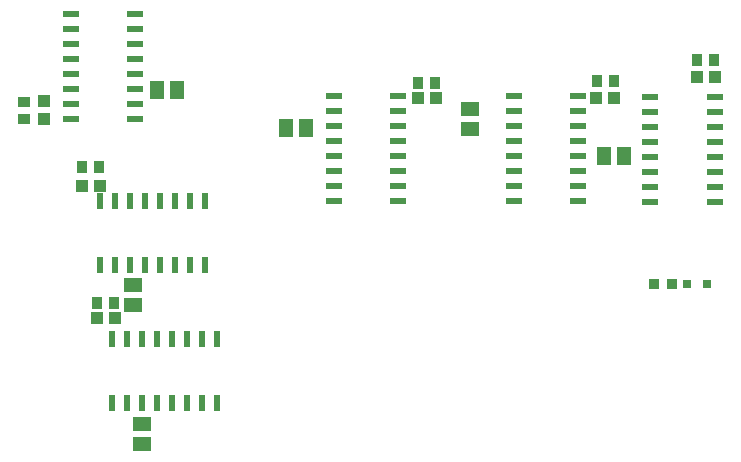
<source format=gtp>
G04*
G04 #@! TF.GenerationSoftware,Altium Limited,Altium Designer,19.1.7 (138)*
G04*
G04 Layer_Color=8421504*
%FSLAX25Y25*%
%MOIN*%
G70*
G01*
G75*
%ADD15R,0.03150X0.03150*%
%ADD16R,0.02362X0.05709*%
%ADD17R,0.05709X0.02362*%
%ADD18R,0.04724X0.06102*%
%ADD19R,0.06102X0.04724*%
%ADD20R,0.03740X0.04134*%
%ADD21R,0.04134X0.03937*%
%ADD22R,0.04134X0.03740*%
%ADD23R,0.03937X0.04134*%
%ADD24R,0.03347X0.03543*%
D15*
X258300Y77800D02*
D03*
X251800D02*
D03*
D16*
X56000Y83972D02*
D03*
X61000D02*
D03*
X66000D02*
D03*
X71000D02*
D03*
X76000D02*
D03*
X81000D02*
D03*
X86000D02*
D03*
X91000D02*
D03*
X56000Y105428D02*
D03*
X61000D02*
D03*
X66000D02*
D03*
X71000D02*
D03*
X76000D02*
D03*
X81000D02*
D03*
X86000D02*
D03*
X91000D02*
D03*
X60000Y37972D02*
D03*
X65000D02*
D03*
X70000D02*
D03*
X75000D02*
D03*
X80000D02*
D03*
X85000D02*
D03*
X90000D02*
D03*
X95000D02*
D03*
X60000Y59428D02*
D03*
X65000D02*
D03*
X70000D02*
D03*
X75000D02*
D03*
X80000D02*
D03*
X85000D02*
D03*
X90000D02*
D03*
X95000D02*
D03*
D17*
X133972Y140200D02*
D03*
Y135200D02*
D03*
Y130200D02*
D03*
Y125200D02*
D03*
Y120200D02*
D03*
Y115200D02*
D03*
Y110200D02*
D03*
Y105200D02*
D03*
X155428Y140200D02*
D03*
Y135200D02*
D03*
Y130200D02*
D03*
Y125200D02*
D03*
Y120200D02*
D03*
Y115200D02*
D03*
Y110200D02*
D03*
Y105200D02*
D03*
X193972Y140200D02*
D03*
Y135200D02*
D03*
Y130200D02*
D03*
Y125200D02*
D03*
Y120200D02*
D03*
Y115200D02*
D03*
Y110200D02*
D03*
Y105200D02*
D03*
X215428Y140200D02*
D03*
Y135200D02*
D03*
Y130200D02*
D03*
Y125200D02*
D03*
Y120200D02*
D03*
Y115200D02*
D03*
Y110200D02*
D03*
Y105200D02*
D03*
X239572Y139900D02*
D03*
Y134900D02*
D03*
Y129900D02*
D03*
Y124900D02*
D03*
Y119900D02*
D03*
Y114900D02*
D03*
Y109900D02*
D03*
Y104900D02*
D03*
X261028Y139900D02*
D03*
Y134900D02*
D03*
Y129900D02*
D03*
Y124900D02*
D03*
Y119900D02*
D03*
Y114900D02*
D03*
Y109900D02*
D03*
Y104900D02*
D03*
X67828Y132600D02*
D03*
Y137600D02*
D03*
Y142600D02*
D03*
Y147600D02*
D03*
Y152600D02*
D03*
Y157600D02*
D03*
Y162600D02*
D03*
Y167600D02*
D03*
X46372Y132600D02*
D03*
Y137600D02*
D03*
Y142600D02*
D03*
Y147600D02*
D03*
Y152600D02*
D03*
Y157600D02*
D03*
Y162600D02*
D03*
Y167600D02*
D03*
D18*
X118154Y129700D02*
D03*
X124846D02*
D03*
X224153Y120400D02*
D03*
X230847D02*
D03*
X81846Y142200D02*
D03*
X75153D02*
D03*
D19*
X70000Y24354D02*
D03*
Y31047D02*
D03*
X179500Y135947D02*
D03*
Y129253D02*
D03*
X67000Y70553D02*
D03*
Y77246D02*
D03*
D20*
X162146Y144700D02*
D03*
X167854D02*
D03*
X55146Y71200D02*
D03*
X60854D02*
D03*
X221646Y145200D02*
D03*
X227354D02*
D03*
X50146Y116700D02*
D03*
X55854D02*
D03*
X260854Y152200D02*
D03*
X255146D02*
D03*
D21*
X167953Y139700D02*
D03*
X162047D02*
D03*
X60953Y66200D02*
D03*
X55047D02*
D03*
X227453Y139700D02*
D03*
X221547D02*
D03*
X55953Y110200D02*
D03*
X50047D02*
D03*
X255047Y146700D02*
D03*
X260953D02*
D03*
D22*
X30700Y138254D02*
D03*
Y132546D02*
D03*
D23*
X37500Y132747D02*
D03*
Y138653D02*
D03*
D24*
X246851Y77800D02*
D03*
X240749D02*
D03*
M02*

</source>
